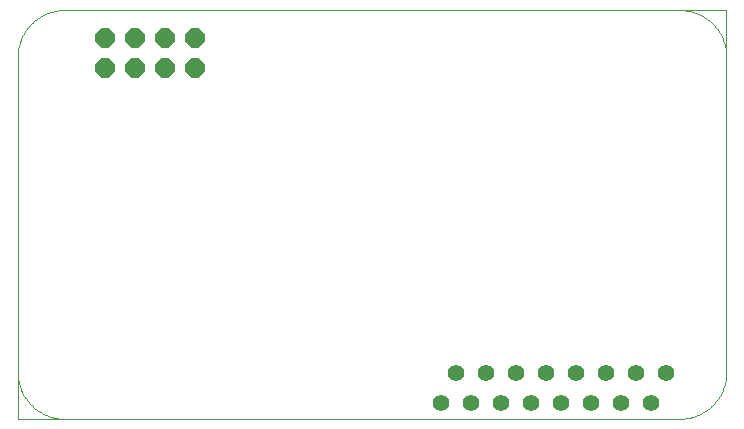
<source format=gbs>
G75*
%MOIN*%
%OFA0B0*%
%FSLAX25Y25*%
%IPPOS*%
%LPD*%
%AMOC8*
5,1,8,0,0,1.08239X$1,22.5*
%
%ADD10C,0.00000*%
%ADD11OC8,0.06400*%
%ADD12C,0.05550*%
D10*
X0006118Y0012146D02*
X0006118Y0026320D01*
X0006118Y0027894D02*
X0006118Y0133406D01*
X0006137Y0133787D01*
X0006166Y0134168D01*
X0006204Y0134547D01*
X0006251Y0134926D01*
X0006308Y0135303D01*
X0006374Y0135679D01*
X0006449Y0136053D01*
X0006533Y0136426D01*
X0006627Y0136796D01*
X0006729Y0137163D01*
X0006841Y0137528D01*
X0006961Y0137890D01*
X0007090Y0138249D01*
X0007228Y0138605D01*
X0007374Y0138957D01*
X0007530Y0139306D01*
X0007693Y0139651D01*
X0007865Y0139991D01*
X0008046Y0140328D01*
X0008234Y0140659D01*
X0008431Y0140986D01*
X0008635Y0141309D01*
X0008848Y0141626D01*
X0009068Y0141937D01*
X0009296Y0142243D01*
X0009531Y0142544D01*
X0009773Y0142839D01*
X0010023Y0143127D01*
X0010280Y0143410D01*
X0010543Y0143686D01*
X0010813Y0143955D01*
X0011090Y0144218D01*
X0011373Y0144474D01*
X0011662Y0144723D01*
X0011957Y0144965D01*
X0012258Y0145199D01*
X0012565Y0145426D01*
X0012877Y0145646D01*
X0013195Y0145858D01*
X0013517Y0146061D01*
X0013845Y0146257D01*
X0014177Y0146445D01*
X0014514Y0146625D01*
X0014854Y0146796D01*
X0015200Y0146959D01*
X0015549Y0147113D01*
X0015901Y0147259D01*
X0016257Y0147396D01*
X0016617Y0147525D01*
X0016979Y0147644D01*
X0017344Y0147755D01*
X0017712Y0147856D01*
X0018082Y0147949D01*
X0018455Y0148032D01*
X0018829Y0148106D01*
X0019205Y0148171D01*
X0019582Y0148227D01*
X0019961Y0148274D01*
X0020341Y0148311D01*
X0020722Y0148339D01*
X0021103Y0148358D01*
X0021484Y0148367D01*
X0021866Y0148367D01*
X0227378Y0148367D01*
X0228165Y0148367D02*
X0242339Y0148367D01*
X0242339Y0134194D01*
X0242339Y0132619D02*
X0242339Y0027107D01*
X0242338Y0027107D02*
X0242319Y0026726D01*
X0242290Y0026345D01*
X0242252Y0025966D01*
X0242205Y0025587D01*
X0242148Y0025210D01*
X0242082Y0024834D01*
X0242007Y0024460D01*
X0241923Y0024087D01*
X0241829Y0023717D01*
X0241727Y0023350D01*
X0241615Y0022985D01*
X0241495Y0022623D01*
X0241366Y0022264D01*
X0241228Y0021908D01*
X0241082Y0021556D01*
X0240926Y0021207D01*
X0240763Y0020862D01*
X0240591Y0020522D01*
X0240410Y0020185D01*
X0240222Y0019854D01*
X0240025Y0019527D01*
X0239821Y0019204D01*
X0239608Y0018887D01*
X0239388Y0018576D01*
X0239160Y0018270D01*
X0238925Y0017969D01*
X0238683Y0017674D01*
X0238433Y0017386D01*
X0238176Y0017103D01*
X0237913Y0016827D01*
X0237643Y0016558D01*
X0237366Y0016295D01*
X0237083Y0016039D01*
X0236794Y0015790D01*
X0236499Y0015548D01*
X0236198Y0015314D01*
X0235891Y0015087D01*
X0235579Y0014867D01*
X0235261Y0014655D01*
X0234939Y0014452D01*
X0234611Y0014256D01*
X0234279Y0014068D01*
X0233942Y0013888D01*
X0233602Y0013717D01*
X0233256Y0013554D01*
X0232907Y0013400D01*
X0232555Y0013254D01*
X0232199Y0013117D01*
X0231839Y0012988D01*
X0231477Y0012869D01*
X0231112Y0012758D01*
X0230744Y0012657D01*
X0230374Y0012564D01*
X0230001Y0012481D01*
X0229627Y0012407D01*
X0229251Y0012342D01*
X0228874Y0012286D01*
X0228495Y0012239D01*
X0228115Y0012202D01*
X0227734Y0012174D01*
X0227353Y0012155D01*
X0226972Y0012146D01*
X0226590Y0012146D01*
X0226591Y0012146D02*
X0021079Y0012146D01*
X0006118Y0012146D01*
X0021079Y0012147D02*
X0020698Y0012166D01*
X0020317Y0012195D01*
X0019938Y0012233D01*
X0019559Y0012280D01*
X0019182Y0012337D01*
X0018806Y0012403D01*
X0018432Y0012478D01*
X0018059Y0012562D01*
X0017689Y0012656D01*
X0017322Y0012758D01*
X0016957Y0012870D01*
X0016595Y0012990D01*
X0016236Y0013119D01*
X0015880Y0013257D01*
X0015528Y0013403D01*
X0015179Y0013559D01*
X0014834Y0013722D01*
X0014494Y0013894D01*
X0014157Y0014075D01*
X0013826Y0014263D01*
X0013499Y0014460D01*
X0013176Y0014664D01*
X0012859Y0014877D01*
X0012548Y0015097D01*
X0012242Y0015325D01*
X0011941Y0015560D01*
X0011646Y0015802D01*
X0011358Y0016052D01*
X0011075Y0016309D01*
X0010799Y0016572D01*
X0010530Y0016842D01*
X0010267Y0017119D01*
X0010011Y0017402D01*
X0009762Y0017691D01*
X0009520Y0017986D01*
X0009286Y0018287D01*
X0009059Y0018594D01*
X0008839Y0018906D01*
X0008627Y0019224D01*
X0008424Y0019546D01*
X0008228Y0019874D01*
X0008040Y0020206D01*
X0007860Y0020543D01*
X0007689Y0020883D01*
X0007526Y0021229D01*
X0007372Y0021578D01*
X0007226Y0021930D01*
X0007089Y0022286D01*
X0006960Y0022646D01*
X0006841Y0023008D01*
X0006730Y0023373D01*
X0006629Y0023741D01*
X0006536Y0024111D01*
X0006453Y0024484D01*
X0006379Y0024858D01*
X0006314Y0025234D01*
X0006258Y0025611D01*
X0006211Y0025990D01*
X0006174Y0026370D01*
X0006146Y0026751D01*
X0006127Y0027132D01*
X0006118Y0027513D01*
X0006118Y0027895D01*
X0227378Y0148367D02*
X0227759Y0148348D01*
X0228140Y0148319D01*
X0228519Y0148281D01*
X0228898Y0148234D01*
X0229275Y0148177D01*
X0229651Y0148111D01*
X0230025Y0148036D01*
X0230398Y0147952D01*
X0230768Y0147858D01*
X0231135Y0147756D01*
X0231500Y0147644D01*
X0231862Y0147524D01*
X0232221Y0147395D01*
X0232577Y0147257D01*
X0232929Y0147111D01*
X0233278Y0146955D01*
X0233623Y0146792D01*
X0233963Y0146620D01*
X0234300Y0146439D01*
X0234631Y0146251D01*
X0234958Y0146054D01*
X0235281Y0145850D01*
X0235598Y0145637D01*
X0235909Y0145417D01*
X0236215Y0145189D01*
X0236516Y0144954D01*
X0236811Y0144712D01*
X0237099Y0144462D01*
X0237382Y0144205D01*
X0237658Y0143942D01*
X0237927Y0143672D01*
X0238190Y0143395D01*
X0238446Y0143112D01*
X0238695Y0142823D01*
X0238937Y0142528D01*
X0239171Y0142227D01*
X0239398Y0141920D01*
X0239618Y0141608D01*
X0239830Y0141290D01*
X0240033Y0140968D01*
X0240229Y0140640D01*
X0240417Y0140308D01*
X0240597Y0139971D01*
X0240768Y0139631D01*
X0240931Y0139285D01*
X0241085Y0138936D01*
X0241231Y0138584D01*
X0241368Y0138228D01*
X0241497Y0137868D01*
X0241616Y0137506D01*
X0241727Y0137141D01*
X0241828Y0136773D01*
X0241921Y0136403D01*
X0242004Y0136030D01*
X0242078Y0135656D01*
X0242143Y0135280D01*
X0242199Y0134903D01*
X0242246Y0134524D01*
X0242283Y0134144D01*
X0242311Y0133763D01*
X0242330Y0133382D01*
X0242339Y0133001D01*
X0242339Y0132619D01*
D11*
X0065213Y0129194D03*
X0055213Y0129194D03*
X0045213Y0129194D03*
X0035213Y0129194D03*
X0035213Y0139194D03*
X0045213Y0139194D03*
X0055213Y0139194D03*
X0065213Y0139194D03*
D12*
X0152063Y0027383D03*
X0162063Y0027383D03*
X0172063Y0027383D03*
X0182063Y0027383D03*
X0192063Y0027383D03*
X0202063Y0027383D03*
X0212063Y0027383D03*
X0222063Y0027383D03*
X0217063Y0017383D03*
X0207063Y0017383D03*
X0197063Y0017383D03*
X0187063Y0017383D03*
X0177063Y0017383D03*
X0167063Y0017383D03*
X0157063Y0017383D03*
X0147063Y0017383D03*
M02*

</source>
